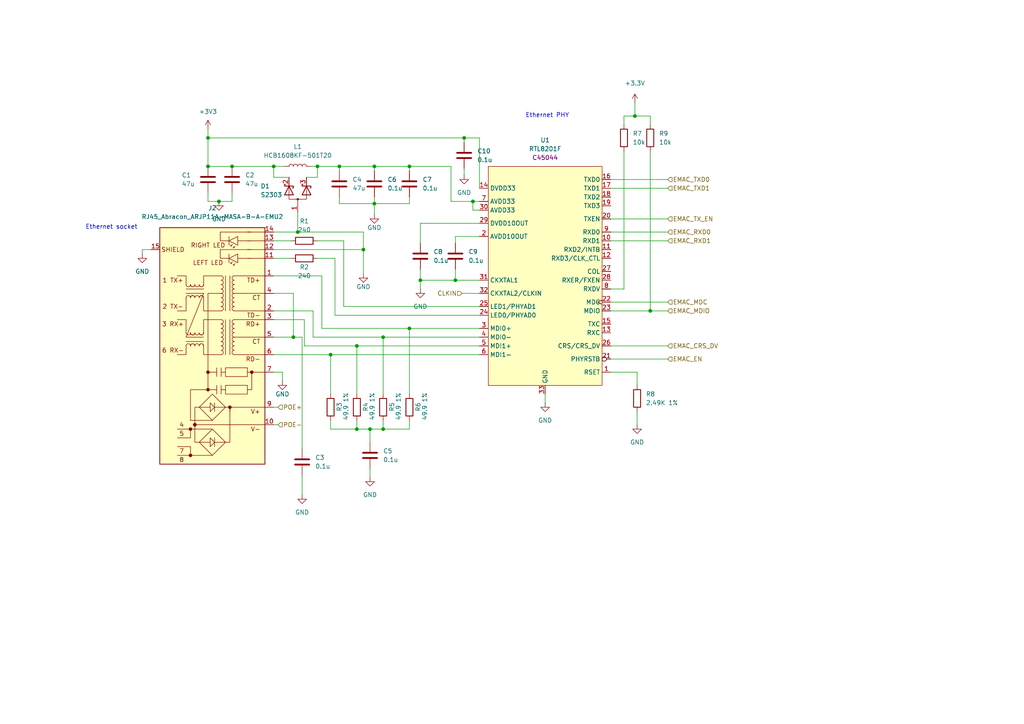
<source format=kicad_sch>
(kicad_sch (version 20211123) (generator eeschema)
  (paper "A4")
  (lib_symbols
    (symbol "Connector:RJ45_Abracon_ARJP11A-MASA-B-A-EMU2" (pin_names (offset 1.016) hide)
      (property "Reference" "J" (at 0 -38.1 0))
      (property "Value" "RJ45_Abracon_ARJP11A-MASA-B-A-EMU2" (at 0 -35.56 0))
      (symbol "RJ45_Abracon_ARJP11A-MASA-B-A-EMU2_0_0"
        (rectangle (start -15.24 -34.29) (end 15.24 34.29) (stroke (width 0.254)) (fill (type background)))
        (rectangle (start -3.81 8.89) (end -10.16 6.35))
        (polyline (pts (xy -15.24 -33.02) (xy -10.16 -33.02)))
        (polyline (pts (xy -15.24 -30.48) (xy -10.16 -30.48)))
        (polyline (pts (xy -15.24 -27.94) (xy -10.16 -27.94)))
        (polyline (pts (xy -15.24 -25.4) (xy -10.16 -25.4)))
        (polyline (pts (xy -15.24 -20.32) (xy -10.16 -20.32)))
        (polyline (pts (xy -15.24 -15.24) (xy -10.16 -15.24)))
        (polyline (pts (xy -15.24 -10.16) (xy -10.16 -10.16)))
        (polyline (pts (xy -15.24 -7.62) (xy -10.16 -7.62)))
        (polyline (pts (xy -15.24 -2.54) (xy -10.16 -2.54)))
        (polyline (pts (xy -15.24 2.54) (xy -10.16 2.54)))
        (polyline (pts (xy -15.24 22.86) (xy 5.08 22.86)))
        (polyline (pts (xy -11.43 7.62) (xy -15.24 7.62)))
        (polyline (pts (xy -11.176 -25.4) (xy -7.366 -25.4)))
        (polyline (pts (xy -10.16 7.62) (xy -11.43 7.62)))
        (polyline (pts (xy -5.08 17.78) (xy -15.24 17.78)))
        (polyline (pts (xy -5.08 17.78) (xy -3.81 17.78)))
        (polyline (pts (xy -5.08 19.05) (xy -5.08 17.78)))
        (polyline (pts (xy -3.81 7.62) (xy -2.54 7.62)))
        (polyline (pts (xy -3.81 12.7) (xy -2.54 12.7)))
        (polyline (pts (xy -2.54 8.89) (xy -2.54 6.35)))
        (polyline (pts (xy -1.27 8.89) (xy -1.27 6.35)))
        (polyline (pts (xy -1.27 13.97) (xy -1.27 11.43)))
        (polyline (pts (xy 0 21.59) (xy 6.35 21.59)))
        (polyline (pts (xy 0 24.13) (xy 10.16 24.13)))
        (polyline (pts (xy 0 31.75) (xy 10.16 31.75)))
        (polyline (pts (xy 1.27 10.16) (xy 1.27 12.7)))
        (polyline (pts (xy -10.16 12.7) (xy -11.43 12.7) (xy -11.43 7.62)))
        (polyline (pts (xy -3.81 27.94) (xy -5.08 27.94) (xy -5.08 17.78)))
        (polyline (pts (xy -1.27 12.7) (xy 0 12.7) (xy 1.27 12.7)))
        (polyline (pts (xy 1.27 12.7) (xy 6.35 12.7) (xy 6.35 21.59)))
        (polyline (pts (xy 6.35 24.13) (xy 6.35 26.67) (xy 10.16 26.67)))
        (polyline (pts (xy 6.35 31.75) (xy 6.35 29.21) (xy 10.16 29.21)))
        (polyline (pts (xy -4.826 -25.4) (xy -2.286 -25.4) (xy -2.286 -27.94) (xy -11.176 -27.94)))
        (polyline (pts (xy -2.54 -15.24) (xy -1.27 -15.24) (xy 1.27 -15.24) (xy 1.27 10.16)))
        (polyline (pts (xy 3.81 17.78) (xy 5.08 17.78) (xy 5.08 27.94) (xy 3.81 27.94)))
        (polyline (pts (xy -3.81 17.78) (xy 0 13.97) (xy 3.81 17.78) (xy 0 21.59) (xy -3.81 17.78)))
        (circle (center 1.27 7.62) (radius 0.0001) (stroke (width 0.508)))
        (text "1 TX+" (at 11.43 -19.05 0) (effects (font (size 1.27 1.27))))
        (text "2 TX-" (at 11.43 -11.43 0) (effects (font (size 1.27 1.27))))
        (text "3 RX+" (at 11.43 -6.35 0) (effects (font (size 1.27 1.27))))
        (text "4" (at 8.89 22.86 0) (effects (font (size 1.27 1.27))))
        (text "5" (at 8.89 25.4 0) (effects (font (size 1.27 1.27))))
        (text "6 RX-" (at 11.43 1.27 0) (effects (font (size 1.27 1.27))))
        (text "7" (at 8.89 30.48 0) (effects (font (size 1.27 1.27))))
        (text "8" (at 8.89 33.02 0) (effects (font (size 1.27 1.27))))
        (text "CT" (at -13.97 -1.27 0) (effects (font (size 1.27 1.27)) (justify left)))
        (text "LEFT LED" (at 1.27 -24.13 0) (effects (font (size 1.27 1.27))))
        (text "RD-" (at -13.97 3.81 0) (effects (font (size 1.27 1.27)) (justify left)))
        (text "SHIELD" (at 11.43 -27.94 0) (effects (font (size 1.27 1.27))))
        (text "V+" (at -13.97 19.05 0) (effects (font (size 1.27 1.27)) (justify left)))
        (text "V-" (at -13.97 24.13 0) (effects (font (size 1.27 1.27)) (justify left)))
      )
      (symbol "RJ45_Abracon_ARJP11A-MASA-B-A-EMU2_0_1"
        (arc (start -6.35 -16.51) (mid -5.715 -15.875) (end -6.35 -15.24))
        (arc (start -6.35 -15.24) (mid -5.715 -14.605) (end -6.35 -13.97))
        (arc (start -6.35 -13.97) (mid -6.35 -16.51) (end -6.35 -13.97))
        (arc (start -6.35 -11.43) (mid -5.715 -10.795) (end -6.35 -10.16))
        (polyline (pts (xy -6.35 -20.32) (xy -10.16 -20.32)))
        (polyline (pts (xy -6.35 -15.24) (xy -10.16 -15.24)))
        (polyline (pts (xy -6.35 -10.16) (xy -10.16 -10.16)))
        (polyline (pts (xy -6.35 -7.62) (xy -10.16 -7.62)))
        (polyline (pts (xy -6.35 -2.54) (xy -10.16 -2.54)))
        (polyline (pts (xy -6.35 2.54) (xy -10.16 2.54)))
        (polyline (pts (xy -6.096 -28.448) (xy -6.35 -28.448)))
        (polyline (pts (xy -5.334 -28.956) (xy -5.588 -28.956)))
        (polyline (pts (xy -4.826 -24.13) (xy -4.826 -26.67)))
        (polyline (pts (xy -1.27 7.62) (xy 1.27 7.62)))
        (polyline (pts (xy -0.635 17.78) (xy -3.81 17.78)))
        (polyline (pts (xy -0.635 19.05) (xy -0.635 16.51)))
        (polyline (pts (xy 0.635 17.78) (xy 3.81 17.78)))
        (polyline (pts (xy -6.604 -28.956) (xy -6.096 -28.448) (xy -6.096 -28.702)))
        (polyline (pts (xy -5.842 -29.464) (xy -5.334 -28.956) (xy -5.334 -29.21)))
        (polyline (pts (xy -7.366 -24.13) (xy -7.366 -26.67) (xy -4.826 -25.4) (xy -7.366 -24.13)))
        (polyline (pts (xy 0.635 19.05) (xy 0.635 16.51) (xy -0.635 17.78) (xy 0.635 19.05)))
      )
      (symbol "RJ45_Abracon_ARJP11A-MASA-B-A-EMU2_1_1"
        (circle (center -11.43 7.62) (radius 0.0001) (stroke (width 0.508)))
        (arc (start -6.35 -20.32) (mid -5.715 -19.685) (end -6.35 -19.05))
        (arc (start -6.35 -19.05) (mid -5.715 -18.415) (end -6.35 -17.78))
        (arc (start -6.35 -17.78) (mid -6.35 -20.32) (end -6.35 -17.78))
        (arc (start -6.35 -17.78) (mid -5.715 -17.145) (end -6.35 -16.51))
        (arc (start -6.35 -13.97) (mid -5.715 -13.335) (end -6.35 -12.7))
        (arc (start -6.35 -12.7) (mid -5.715 -12.065) (end -6.35 -11.43))
        (arc (start -6.35 -7.62) (mid -5.715 -6.985) (end -6.35 -6.35))
        (arc (start -6.35 -6.35) (mid -5.715 -5.715) (end -6.35 -5.08))
        (arc (start -6.35 -5.08) (mid -6.35 -7.62) (end -6.35 -5.08))
        (arc (start -6.35 -5.08) (mid -5.715 -4.445) (end -6.35 -3.81))
        (arc (start -6.35 -3.81) (mid -6.35 -6.35) (end -6.35 -3.81))
        (arc (start -6.35 -3.81) (mid -5.715 -3.175) (end -6.35 -2.54))
        (arc (start -6.35 -2.54) (mid -5.715 -1.905) (end -6.35 -1.27))
        (arc (start -6.35 -1.27) (mid -5.715 -0.635) (end -6.35 0))
        (arc (start -6.35 0) (mid -5.715 0.635) (end -6.35 1.27))
        (arc (start -6.35 1.27) (mid -6.35 -1.27) (end -6.35 1.27))
        (arc (start -6.35 1.27) (mid -5.715 1.905) (end -6.35 2.54))
        (circle (center -5.08 17.78) (radius 0.0001) (stroke (width 0.508)))
        (rectangle (start -3.81 13.97) (end -10.16 11.43))
        (arc (start -2.54 -19.05) (mid -3.175 -19.685) (end -2.54 -20.32))
        (arc (start -2.54 -19.05) (mid -2.54 -16.51) (end -2.54 -19.05))
        (arc (start -2.54 -17.78) (mid -3.175 -18.415) (end -2.54 -19.05))
        (arc (start -2.54 -16.51) (mid -3.175 -17.145) (end -2.54 -17.78))
        (arc (start -2.54 -15.24) (mid -3.175 -15.875) (end -2.54 -16.51))
        (arc (start -2.54 -15.24) (mid -2.54 -12.7) (end -2.54 -15.24))
        (arc (start -2.54 -13.97) (mid -3.175 -14.605) (end -2.54 -15.24))
        (arc (start -2.54 -12.7) (mid -3.175 -13.335) (end -2.54 -13.97))
        (arc (start -2.54 -11.43) (mid -3.175 -12.065) (end -2.54 -12.7))
        (arc (start -2.54 -10.16) (mid -3.175 -10.795) (end -2.54 -11.43))
        (arc (start -2.54 -6.35) (mid -3.175 -6.985) (end -2.54 -7.62))
        (arc (start -2.54 -6.35) (mid -2.54 -3.81) (end -2.54 -6.35))
        (arc (start -2.54 -5.08) (mid -3.175 -5.715) (end -2.54 -6.35))
        (arc (start -2.54 -3.81) (mid -3.175 -4.445) (end -2.54 -5.08))
        (arc (start -2.54 -3.81) (mid -2.54 -1.27) (end -2.54 -3.81))
        (arc (start -2.54 -2.54) (mid -3.175 -3.175) (end -2.54 -3.81))
        (arc (start -2.54 -1.27) (mid -3.175 -1.905) (end -2.54 -2.54))
        (arc (start -2.54 0) (mid -3.175 -0.635) (end -2.54 -1.27))
        (arc (start -2.54 0) (mid -2.54 2.54) (end -2.54 0))
        (arc (start -2.54 1.27) (mid -3.175 0.635) (end -2.54 0))
        (arc (start -2.54 2.54) (mid -3.175 1.905) (end -2.54 1.27))
        (polyline (pts (xy -11.176 -30.48) (xy -7.366 -30.48)))
        (polyline (pts (xy -6.096 -23.368) (xy -6.35 -23.368)))
        (polyline (pts (xy -5.334 -23.876) (xy -5.588 -23.876)))
        (polyline (pts (xy -5.08 -10.16) (xy -5.08 -20.32)))
        (polyline (pts (xy -5.08 2.54) (xy -5.08 -7.62)))
        (polyline (pts (xy -4.826 -29.21) (xy -4.826 -31.75)))
        (polyline (pts (xy -3.81 -20.32) (xy -3.81 -10.16)))
        (polyline (pts (xy -3.81 -7.62) (xy -3.81 2.54)))
        (polyline (pts (xy -2.54 13.97) (xy -2.54 11.43)))
        (polyline (pts (xy -0.635 27.94) (xy -3.81 27.94)))
        (polyline (pts (xy -0.635 29.21) (xy -0.635 26.67)))
        (polyline (pts (xy 0.635 27.94) (xy 3.81 27.94)))
        (polyline (pts (xy 2.54 -16.51) (xy 7.62 -16.51)))
        (polyline (pts (xy 2.54 -15.24) (xy 7.62 -2.54)))
        (polyline (pts (xy 2.54 -2.54) (xy 7.62 -2.54)))
        (polyline (pts (xy 7.62 -15.24) (xy 2.54 -15.24)))
        (polyline (pts (xy 7.62 -1.27) (xy 2.54 -1.27)))
        (polyline (pts (xy -6.604 -23.876) (xy -6.096 -23.368) (xy -6.096 -23.622)))
        (polyline (pts (xy -5.842 -24.384) (xy -5.334 -23.876) (xy -5.334 -24.13)))
        (polyline (pts (xy -2.54 -10.16) (xy 2.54 -10.16) (xy 2.54 -13.97)))
        (polyline (pts (xy -2.54 -7.62) (xy 2.54 -7.62) (xy 2.54 -3.81)))
        (polyline (pts (xy -2.54 2.54) (xy 2.54 2.54) (xy 2.54 0)))
        (polyline (pts (xy 2.54 -17.78) (xy 2.54 -20.32) (xy -2.54 -20.32)))
        (polyline (pts (xy 7.62 -17.78) (xy 7.62 -20.32) (xy 10.16 -20.32)))
        (polyline (pts (xy 7.62 -13.97) (xy 7.62 -10.16) (xy 10.16 -10.16)))
        (polyline (pts (xy 7.62 -3.81) (xy 7.62 -7.62) (xy 10.16 -7.62)))
        (polyline (pts (xy 7.62 0) (xy 7.62 2.54) (xy 10.16 2.54)))
        (polyline (pts (xy -7.366 -29.21) (xy -7.366 -31.75) (xy -4.826 -30.48) (xy -7.366 -29.21)))
        (polyline (pts (xy -4.826 -30.48) (xy -2.286 -30.48) (xy -2.286 -33.02) (xy -11.176 -33.02)))
        (polyline (pts (xy 0.635 29.21) (xy 0.635 26.67) (xy -0.635 27.94) (xy 0.635 29.21)))
        (polyline (pts (xy -3.81 27.94) (xy 0 24.13) (xy 3.81 27.94) (xy 0 31.75) (xy -3.81 27.94)))
        (circle (center 1.27 12.7) (radius 0.0001) (stroke (width 0.508)))
        (arc (start 2.54 -17.78) (mid 5.08 -17.78) (end 2.54 -17.78))
        (arc (start 2.54 -13.97) (mid 3.175 -14.605) (end 3.81 -13.97))
        (arc (start 2.54 -13.97) (mid 3.175 -14.605) (end 3.81 -13.97))
        (arc (start 2.54 -3.81) (mid 5.08 -3.81) (end 2.54 -3.81))
        (arc (start 2.54 0) (mid 3.175 -0.635) (end 3.81 0))
        (arc (start 2.54 0) (mid 3.175 -0.635) (end 3.81 0))
        (arc (start 3.81 -17.78) (mid 3.175 -17.145) (end 2.54 -17.78))
        (arc (start 3.81 -17.78) (mid 3.175 -17.145) (end 2.54 -17.78))
        (arc (start 3.81 -13.97) (mid 1.27 -13.97) (end 3.81 -13.97))
        (arc (start 3.81 -13.97) (mid 4.445 -14.605) (end 5.08 -13.97))
        (arc (start 3.81 -3.81) (mid 3.175 -3.175) (end 2.54 -3.81))
        (arc (start 3.81 -3.81) (mid 3.175 -3.175) (end 2.54 -3.81))
        (arc (start 3.81 0) (mid 1.27 0) (end 3.81 0))
        (arc (start 3.81 0) (mid 4.445 -0.635) (end 5.08 0))
        (arc (start 5.08 -17.78) (mid 4.445 -17.145) (end 3.81 -17.78))
        (arc (start 5.08 -17.78) (mid 7.62 -17.78) (end 5.08 -17.78))
        (arc (start 5.08 -13.97) (mid 5.715 -14.605) (end 6.35 -13.97))
        (arc (start 5.08 -13.97) (mid 5.715 -14.605) (end 6.35 -13.97))
        (arc (start 5.08 -3.81) (mid 4.445 -3.175) (end 3.81 -3.81))
        (arc (start 5.08 -3.81) (mid 7.62 -3.81) (end 5.08 -3.81))
        (arc (start 5.08 0) (mid 5.715 -0.635) (end 6.35 0))
        (arc (start 5.08 0) (mid 5.715 -0.635) (end 6.35 0))
        (circle (center 5.08 22.86) (radius 0.0001) (stroke (width 0.508)))
        (circle (center 5.08 22.86) (radius 0.0001) (stroke (width 0.508)))
        (arc (start 6.35 -17.78) (mid 5.715 -17.145) (end 5.08 -17.78))
        (arc (start 6.35 -17.78) (mid 5.715 -17.145) (end 5.08 -17.78))
        (arc (start 6.35 -13.97) (mid 3.81 -13.97) (end 6.35 -13.97))
        (arc (start 6.35 -13.97) (mid 6.985 -14.605) (end 7.62 -13.97))
        (arc (start 6.35 -3.81) (mid 5.715 -3.175) (end 5.08 -3.81))
        (arc (start 6.35 -3.81) (mid 5.715 -3.175) (end 5.08 -3.81))
        (arc (start 6.35 0) (mid 3.81 0) (end 6.35 0))
        (arc (start 6.35 0) (mid 6.985 -0.635) (end 7.62 0))
        (circle (center 6.35 24.13) (radius 0.0001) (stroke (width 0.508)))
        (circle (center 6.35 31.75) (radius 0.0001) (stroke (width 0.508)))
        (arc (start 7.62 -17.78) (mid 6.985 -17.145) (end 6.35 -17.78))
        (arc (start 7.62 -3.81) (mid 6.985 -3.175) (end 6.35 -3.81))
        (text "CT" (at -13.97 -13.97 0) (effects (font (size 1.27 1.27)) (justify left)))
        (text "RD+" (at -13.97 -6.35 0) (effects (font (size 1.27 1.27)) (justify left)))
        (text "RIGHT LED" (at 1.27 -29.21 0) (effects (font (size 1.27 1.27))))
        (text "TD+" (at -13.97 -19.05 0) (effects (font (size 1.27 1.27)) (justify left)))
        (text "TD-" (at -13.97 -8.89 0) (effects (font (size 1.27 1.27)) (justify left)))
        (pin passive line (at -17.78 -20.32 0) (length 2.54) (name "TD+") (number "1"))
        (pin power_out line (at -17.78 22.86 0) (length 2.54) (name "V-") (number "10"))
        (pin passive line (at -17.78 -25.4 0) (length 2.54) (name "LLED+") (number "11"))
        (pin passive line (at -17.78 -27.94 0) (length 2.54) (name "LLED-") (number "12"))
        (pin passive line (at -17.78 -30.48 0) (length 2.54) (name "RLED+") (number "13"))
        (pin passive line (at -17.78 -33.02 0) (length 2.54) (name "RLED-") (number "14"))
        (pin passive line (at 17.78 -27.94 180) (length 2.54) (name "SHIELD") (number "15"))
        (pin passive line (at -17.78 -10.16 0) (length 2.54) (name "TD-") (number "2"))
        (pin passive line (at -17.78 -7.62 0) (length 2.54) (name "RD+") (number "3"))
        (pin passive line (at -17.78 -15.24 0) (length 2.54) (name "CT") (number "4"))
        (pin passive line (at -17.78 -2.54 0) (length 2.54) (name "CT") (number "5"))
        (pin passive line (at -17.78 2.54 0) (length 2.54) (name "RD-") (number "6"))
        (pin passive line (at -17.78 7.62 0) (length 2.54) (name "7") (number "7"))
        (pin power_out line (at -17.78 17.78 0) (length 2.54) (name "V+") (number "9"))
      )
    )
    (symbol "Device:C" (pin_numbers hide) (pin_names (offset 0.254))
      (property "Reference" "C" (at 0.635 2.54 0))
      (property "Value" "C" (at 0.635 -2.54 0))
      (symbol "C_0_1"
        (polyline (pts (xy -2.032 -0.762) (xy 2.032 -0.762)) (stroke (width 0.508)))
        (polyline (pts (xy -2.032 0.762) (xy 2.032 0.762)) (stroke (width 0.508)))
      )
      (symbol "C_1_1"
        (pin passive line (at 0 3.81 270) (length 2.794) (name "~") (number "1"))
        (pin passive line (at 0 -3.81 90) (length 2.794) (name "~") (number "2"))
      )
    )
    (symbol "Device:D_Schottky_Dual_CommonAnode_AKK_Parallel" (pin_names (offset 0.762) hide)
      (property "Reference" "D" (at 0 5.08 0))
      (property "Value" "D_Schottky_Dual_CommonAnode_AKK_Parallel" (at 0 -5.08 0))
      (symbol "D_Schottky_Dual_CommonAnode_AKK_Parallel_0_1"
        (circle (center -1.27 0) (radius 0.254) (fill (type outline)))
        (polyline (pts (xy -1.27 0) (xy -2.54 0)))
        (polyline (pts (xy 2.54 2.54) (xy -1.27 2.54) (xy -1.27 -2.54) (xy 2.54 -2.54)))
        (polyline (pts (xy 0 -1.27) (xy 2.54 -2.54) (xy 0 -3.81) (xy 0 -1.27) (xy 0 -1.27) (xy 0 -1.27)) (stroke (width 0.254)))
        (polyline (pts (xy 0 3.81) (xy 2.54 2.54) (xy 0 1.27) (xy 0 3.81) (xy 0 3.81) (xy 0 3.81)) (stroke (width 0.254)))
        (polyline (pts (xy 3.048 -1.524) (xy 3.048 -1.27) (xy 2.54 -1.27) (xy 2.54 -3.81) (xy 2.032 -3.81) (xy 2.032 -3.556)) (stroke (width 0.254)))
        (polyline (pts (xy 3.048 3.556) (xy 3.048 3.81) (xy 2.54 3.81) (xy 2.54 1.27) (xy 2.032 1.27) (xy 2.032 1.524)) (stroke (width 0.254)))
        (pin passive line (at -5.08 0 0) (length 2.54) (name "A") (number "1"))
        (pin passive line (at 5.08 2.54 180) (length 2.54) (name "K") (number "2"))
        (pin passive line (at 5.08 -2.54 180) (length 2.54) (name "K") (number "3"))
      )
    )
    (symbol "Device:L" (pin_numbers hide) (pin_names (offset 1.016) hide)
      (property "Reference" "L" (at -1.27 0 90))
      (property "Value" "L" (at 1.905 0 90))
      (symbol "L_0_1"
        (arc (start 0 -2.54) (mid 0.635 -1.905) (end 0 -1.27))
        (arc (start 0 -1.27) (mid 0.635 -0.635) (end 0 0))
        (arc (start 0 0) (mid 0.635 0.635) (end 0 1.27))
        (arc (start 0 1.27) (mid 0.635 1.905) (end 0 2.54))
      )
      (symbol "L_1_1"
        (pin passive line (at 0 3.81 270) (length 1.27) (name "1") (number "1"))
        (pin passive line (at 0 -3.81 90) (length 1.27) (name "2") (number "2"))
      )
    )
    (symbol "Device:R" (pin_numbers hide) (pin_names (offset 0))
      (property "Reference" "R" (at 2.032 0 90))
      (property "Value" "R" (at 0 0 90))
      (symbol "R_0_1"
        (rectangle (start -1.016 -2.54) (end 1.016 2.54) (stroke (width 0.254)))
      )
      (symbol "R_1_1"
        (pin passive line (at 0 3.81 270) (length 1.27) (name "~") (number "1"))
        (pin passive line (at 0 -3.81 90) (length 1.27) (name "~") (number "2"))
      )
    )
    (symbol "RTL8201F:RTL8201F"
      (property "Reference" "U" (at 0 46.99 0))
      (property "Value" "RTL8201F" (at 0 49.53 0))
      (property "LCSC" "C45044" (at 0 0 0))
      (symbol "RTL8201F_0_1"
        (rectangle (start -16.51 43.18) (end 16.51 -20.32) (fill (type background)))
      )
      (symbol "RTL8201F_1_1"
        (pin input line (at 19.05 -16.51 180) (length 2.54) (name "RSET") (number "1"))
        (pin unspecified line (at 19.05 21.59 180) (length 2.54) (name "RXD1") (number "10"))
        (pin unspecified line (at 19.05 19.05 180) (length 2.54) (name "RXD2/INTB") (number "11"))
        (pin unspecified line (at 19.05 16.51 180) (length 2.54) (name "RXD3/CLK_CTL") (number "12"))
        (pin unspecified line (at 19.05 -5.08 180) (length 2.54) (name "RXC") (number "13"))
        (pin unspecified line (at -19.05 36.83 0) (length 2.54) (name "DVDD33") (number "14"))
        (pin unspecified line (at 19.05 -2.54 180) (length 2.54) (name "TXC") (number "15"))
        (pin unspecified line (at 19.05 39.37 180) (length 2.54) (name "TXD0") (number "16"))
        (pin unspecified line (at 19.05 36.83 180) (length 2.54) (name "TXD1") (number "17"))
        (pin unspecified line (at 19.05 34.29 180) (length 2.54) (name "TXD2") (number "18"))
        (pin unspecified line (at 19.05 31.75 180) (length 2.54) (name "TXD3") (number "19"))
        (pin unspecified line (at -19.05 22.86 0) (length 2.54) (name "AVDD10OUT") (number "2"))
        (pin unspecified line (at 19.05 27.94 180) (length 2.54) (name "TXEN") (number "20"))
        (pin input inverted (at 19.05 -12.7 180) (length 2.54) (name "PHYRSTB") (number "21"))
        (pin unspecified clock (at 19.05 3.81 180) (length 2.54) (name "MDC") (number "22"))
        (pin unspecified line (at 19.05 1.27 180) (length 2.54) (name "MDIO") (number "23"))
        (pin unspecified line (at -19.05 0 0) (length 2.54) (name "LED0/PHYAD0") (number "24"))
        (pin unspecified line (at -19.05 2.54 0) (length 2.54) (name "LED1/PHYAD1") (number "25"))
        (pin input line (at 19.05 -8.89 180) (length 2.54) (name "CRS/CRS_DV") (number "26"))
        (pin unspecified line (at 19.05 12.7 180) (length 2.54) (name "COL") (number "27"))
        (pin unspecified line (at 19.05 10.16 180) (length 2.54) (name "RXER/FXEN") (number "28"))
        (pin unspecified line (at -19.05 26.67 0) (length 2.54) (name "DVDD10OUT") (number "29"))
        (pin free line (at -19.05 -3.81 0) (length 2.54) (name "MDI0+") (number "3"))
        (pin unspecified line (at -19.05 30.48 0) (length 2.54) (name "AVDD33") (number "30"))
        (pin unspecified line (at -19.05 10.16 0) (length 2.54) (name "CKXTAL1") (number "31"))
        (pin unspecified line (at -19.05 6.35 0) (length 2.54) (name "CKXTAL2/CLKIN") (number "32"))
        (pin unspecified line (at 0 -22.86 90) (length 2.54) (name "GND") (number "33"))
        (pin unspecified line (at -19.05 -6.35 0) (length 2.54) (name "MDI0-") (number "4"))
        (pin unspecified line (at -19.05 -8.89 0) (length 2.54) (name "MDI1+") (number "5"))
        (pin unspecified line (at -19.05 -11.43 0) (length 2.54) (name "MDI1-") (number "6"))
        (pin unspecified line (at -19.05 33.02 0) (length 2.54) (name "AVDD33") (number "7"))
        (pin unspecified line (at 19.05 7.62 180) (length 2.54) (name "RXDV") (number "8"))
        (pin unspecified line (at 19.05 24.13 180) (length 2.54) (name "RXD0") (number "9"))
      )
    )
    (symbol "power:+3.3V" (power) (pin_names (offset 0))
      (property "Value" "+3.3V" (at 0 3.556 0))
      (symbol "+3.3V_0_1"
        (polyline (pts (xy -0.762 1.27) (xy 0 2.54)))
        (polyline (pts (xy 0 0) (xy 0 2.54)))
        (polyline (pts (xy 0 2.54) (xy 0.762 1.27)))
      )
      (symbol "+3.3V_1_1"
        (pin power_in line (at 0 0 90) (length 0) hide (name "+3.3V") (number "1"))
      )
    )
    (symbol "power:+3V3" (power) (pin_names (offset 0))
      (property "Value" "+3V3" (at 0 3.556 0))
      (symbol "+3V3_0_1"
        (polyline (pts (xy -0.762 1.27) (xy 0 2.54)))
        (polyline (pts (xy 0 0) (xy 0 2.54)))
        (polyline (pts (xy 0 2.54) (xy 0.762 1.27)))
      )
      (symbol "+3V3_1_1"
        (pin power_in line (at 0 0 90) (length 0) hide (name "+3V3") (number "1"))
      )
    )
    (symbol "power:GND" (power) (pin_names (offset 0))
      (property "Value" "GND" (at 0 -3.81 0))
      (symbol "GND_0_1"
        (polyline (pts (xy 0 0) (xy 0 -1.27) (xy 1.27 -1.27) (xy 0 -2.54) (xy -1.27 -1.27) (xy 0 -1.27)))
      )
      (symbol "GND_1_1"
        (pin power_in line (at 0 0 270) (length 0) hide (name "GND") (number "1"))
      )
    )
  )
  (junction (at 105.41 72.39))
  (junction (at 92.075 48.26))
  (junction (at 111.125 124.46))
  (junction (at 118.745 95.25))
  (junction (at 118.745 48.26))
  (junction (at 107.315 124.46))
  (junction (at 108.585 59.055))
  (junction (at 132.08 81.28))
  (junction (at 103.505 124.46))
  (junction (at 86.36 67.31))
  (junction (at 67.31 48.26))
  (junction (at 95.885 102.87))
  (junction (at 79.375 48.26))
  (junction (at 134.62 40.005))
  (junction (at 85.09 97.79))
  (junction (at 121.92 81.28))
  (junction (at 188.595 90.17))
  (junction (at 63.5 58.42))
  (junction (at 184.15 33.655))
  (junction (at 98.425 48.26))
  (junction (at 60.325 40.005))
  (junction (at 137.16 58.42))
  (junction (at 60.325 48.26))
  (junction (at 111.125 97.79))
  (junction (at 108.585 48.26))
  (junction (at 103.505 100.33))
  (wire (pts (xy 92.075 51.435) (xy 92.075 48.26)))
  (wire (pts (xy 177.165 83.82) (xy 180.975 83.82)))
  (wire (pts (xy 139.065 97.79) (xy 111.125 97.79)))
  (wire (pts (xy 139.065 81.28) (xy 132.08 81.28)))
  (wire (pts (xy 134.62 48.895) (xy 134.62 50.8)))
  (wire (pts (xy 188.595 90.17) (xy 193.675 90.17)))
  (wire (pts (xy 180.975 36.195) (xy 180.975 33.655)))
  (wire (pts (xy 111.125 124.46) (xy 118.745 124.46)))
  (wire (pts (xy 79.375 51.435) (xy 79.375 48.26)))
  (wire (pts (xy 98.425 57.15) (xy 98.425 59.055)))
  (wire (pts (xy 88.9 51.435) (xy 92.075 51.435)))
  (wire (pts (xy 139.065 102.87) (xy 95.885 102.87)))
  (wire (pts (xy 97.155 91.44) (xy 139.065 91.44)))
  (wire (pts (xy 81.915 107.95) (xy 79.375 107.95)))
  (wire (pts (xy 111.125 97.79) (xy 111.125 114.3)))
  (wire (pts (xy 90.805 97.79) (xy 90.805 90.17)))
  (wire (pts (xy 79.375 80.01) (xy 93.345 80.01)))
  (wire (pts (xy 137.16 58.42) (xy 139.065 58.42)))
  (wire (pts (xy 177.165 87.63) (xy 193.675 87.63)))
  (wire (pts (xy 184.15 33.655) (xy 188.595 33.655)))
  (wire (pts (xy 118.745 48.26) (xy 118.745 49.53)))
  (wire (pts (xy 108.585 57.15) (xy 108.585 59.055)))
  (wire (pts (xy 188.595 33.655) (xy 188.595 36.195)))
  (wire (pts (xy 132.08 81.28) (xy 121.92 81.28)))
  (wire (pts (xy 67.31 48.26) (xy 79.375 48.26)))
  (wire (pts (xy 137.16 60.96) (xy 137.16 58.42)))
  (wire (pts (xy 111.125 124.46) (xy 111.125 121.92)))
  (wire (pts (xy 177.165 104.14) (xy 193.675 104.14)))
  (wire (pts (xy 134.62 40.005) (xy 139.065 40.005)))
  (wire (pts (xy 108.585 59.055) (xy 108.585 62.23)))
  (wire (pts (xy 118.745 124.46) (xy 118.745 121.92)))
  (wire (pts (xy 98.425 48.26) (xy 108.585 48.26)))
  (wire (pts (xy 177.165 100.33) (xy 193.675 100.33)))
  (wire (pts (xy 87.63 137.795) (xy 87.63 143.51)))
  (wire (pts (xy 108.585 48.26) (xy 108.585 49.53)))
  (wire (pts (xy 121.92 81.28) (xy 121.92 83.82)))
  (wire (pts (xy 60.325 48.26) (xy 60.325 40.005)))
  (wire (pts (xy 105.41 72.39) (xy 79.375 72.39)))
  (wire (pts (xy 107.315 135.89) (xy 107.315 138.43)))
  (wire (pts (xy 107.315 124.46) (xy 111.125 124.46)))
  (wire (pts (xy 79.375 92.71) (xy 88.265 92.71)))
  (wire (pts (xy 107.315 124.46) (xy 103.505 124.46)))
  (wire (pts (xy 88.265 100.33) (xy 103.505 100.33)))
  (wire (pts (xy 88.265 92.71) (xy 88.265 100.33)))
  (wire (pts (xy 184.785 119.38) (xy 184.785 123.19)))
  (wire (pts (xy 130.81 58.42) (xy 137.16 58.42)))
  (wire (pts (xy 93.345 80.01) (xy 93.345 95.25)))
  (wire (pts (xy 177.165 54.61) (xy 193.675 54.61)))
  (wire (pts (xy 108.585 59.055) (xy 98.425 59.055)))
  (wire (pts (xy 99.695 69.85) (xy 99.695 88.9)))
  (wire (pts (xy 132.08 78.105) (xy 132.08 81.28)))
  (wire (pts (xy 105.41 79.375) (xy 105.41 72.39)))
  (wire (pts (xy 121.92 64.77) (xy 121.92 70.485)))
  (wire (pts (xy 95.885 124.46) (xy 95.885 121.92)))
  (wire (pts (xy 60.325 37.465) (xy 60.325 40.005)))
  (wire (pts (xy 177.165 69.85) (xy 193.675 69.85)))
  (wire (pts (xy 118.745 48.26) (xy 130.81 48.26)))
  (wire (pts (xy 139.065 64.77) (xy 121.92 64.77)))
  (wire (pts (xy 85.09 85.09) (xy 85.09 97.79)))
  (wire (pts (xy 105.41 67.31) (xy 105.41 72.39)))
  (wire (pts (xy 95.885 102.87) (xy 95.885 114.3)))
  (wire (pts (xy 86.36 67.31) (xy 105.41 67.31)))
  (wire (pts (xy 79.375 102.87) (xy 95.885 102.87)))
  (wire (pts (xy 90.805 97.79) (xy 111.125 97.79)))
  (wire (pts (xy 67.31 58.42) (xy 67.31 55.88)))
  (wire (pts (xy 132.08 70.485) (xy 132.08 68.58)))
  (wire (pts (xy 188.595 90.17) (xy 188.595 43.815)))
  (wire (pts (xy 121.92 78.105) (xy 121.92 81.28)))
  (wire (pts (xy 132.08 68.58) (xy 139.065 68.58)))
  (wire (pts (xy 92.075 48.26) (xy 98.425 48.26)))
  (wire (pts (xy 139.065 54.61) (xy 139.065 40.005)))
  (wire (pts (xy 184.785 111.76) (xy 184.785 107.95)))
  (wire (pts (xy 79.375 118.11) (xy 80.645 118.11)))
  (wire (pts (xy 139.065 60.96) (xy 137.16 60.96)))
  (wire (pts (xy 92.075 69.85) (xy 99.695 69.85)))
  (wire (pts (xy 86.36 61.595) (xy 86.36 67.31)))
  (wire (pts (xy 97.155 74.93) (xy 97.155 91.44)))
  (wire (pts (xy 90.17 48.26) (xy 92.075 48.26)))
  (wire (pts (xy 87.63 97.79) (xy 87.63 130.175)))
  (wire (pts (xy 87.63 97.79) (xy 85.09 97.79)))
  (wire (pts (xy 134.62 41.275) (xy 134.62 40.005)))
  (wire (pts (xy 63.5 58.42) (xy 67.31 58.42)))
  (wire (pts (xy 79.375 97.79) (xy 85.09 97.79)))
  (wire (pts (xy 81.915 107.95) (xy 81.915 110.49)))
  (wire (pts (xy 177.165 67.31) (xy 193.675 67.31)))
  (wire (pts (xy 79.375 123.19) (xy 80.645 123.19)))
  (wire (pts (xy 103.505 124.46) (xy 95.885 124.46)))
  (wire (pts (xy 79.375 48.26) (xy 82.55 48.26)))
  (wire (pts (xy 79.375 85.09) (xy 85.09 85.09)))
  (wire (pts (xy 103.505 114.3) (xy 103.505 100.33)))
  (wire (pts (xy 184.785 107.95) (xy 177.165 107.95)))
  (wire (pts (xy 41.275 72.39) (xy 43.815 72.39)))
  (wire (pts (xy 60.325 58.42) (xy 60.325 55.88)))
  (wire (pts (xy 180.975 33.655) (xy 184.15 33.655)))
  (wire (pts (xy 118.745 59.055) (xy 118.745 57.15)))
  (wire (pts (xy 90.805 90.17) (xy 79.375 90.17)))
  (wire (pts (xy 108.585 59.055) (xy 118.745 59.055)))
  (wire (pts (xy 93.345 95.25) (xy 118.745 95.25)))
  (wire (pts (xy 177.165 90.17) (xy 188.595 90.17)))
  (wire (pts (xy 184.15 33.655) (xy 184.15 29.845)))
  (wire (pts (xy 158.115 114.3) (xy 158.115 116.84)))
  (wire (pts (xy 180.975 83.82) (xy 180.975 43.815)))
  (wire (pts (xy 79.375 69.85) (xy 84.455 69.85)))
  (wire (pts (xy 92.075 74.93) (xy 97.155 74.93)))
  (wire (pts (xy 107.315 128.27) (xy 107.315 124.46)))
  (wire (pts (xy 118.745 95.25) (xy 118.745 114.3)))
  (wire (pts (xy 108.585 48.26) (xy 118.745 48.26)))
  (wire (pts (xy 60.325 48.26) (xy 67.31 48.26)))
  (wire (pts (xy 79.375 67.31) (xy 86.36 67.31)))
  (wire (pts (xy 98.425 48.26) (xy 98.425 49.53)))
  (wire (pts (xy 130.81 48.26) (xy 130.81 58.42)))
  (wire (pts (xy 103.505 121.92) (xy 103.505 124.46)))
  (wire (pts (xy 118.745 95.25) (xy 139.065 95.25)))
  (wire (pts (xy 83.82 51.435) (xy 79.375 51.435)))
  (wire (pts (xy 99.695 88.9) (xy 139.065 88.9)))
  (wire (pts (xy 41.275 73.66) (xy 41.275 72.39)))
  (wire (pts (xy 103.505 100.33) (xy 139.065 100.33)))
  (wire (pts (xy 177.165 52.07) (xy 193.675 52.07)))
  (wire (pts (xy 60.325 40.005) (xy 134.62 40.005)))
  (wire (pts (xy 63.5 58.42) (xy 60.325 58.42)))
  (wire (pts (xy 133.985 85.09) (xy 139.065 85.09)))
  (wire (pts (xy 79.375 74.93) (xy 84.455 74.93)))
  (wire (pts (xy 177.165 63.5) (xy 193.675 63.5)))
  (text "Ethernet socket\n" (at 24.765 66.675 0) (effects (font (size 1.27 1.27)) (justify left bottom)))
  (text "Ethernet PHY" (at 152.4 34.29 0) (effects (font (size 1.27 1.27)) (justify left bottom)))
  (hierarchical_label "EMAC_TXD1" (shape input) (at 193.675 54.61 0))
  (hierarchical_label "EMAC_TX_EN" (shape input) (at 193.675 63.5 0))
  (hierarchical_label "POE+" (shape input) (at 80.645 118.11 0))
  (hierarchical_label "POE-" (shape input) (at 80.645 123.19 0))
  (hierarchical_label "EMAC_RXD1" (shape input) (at 193.675 69.85 0))
  (hierarchical_label "EMAC_CRS_DV" (shape input) (at 193.675 100.33 0))
  (hierarchical_label "EMAC_RXD0" (shape input) (at 193.675 67.31 0))
  (hierarchical_label "CLKIN" (shape input) (at 133.985 85.09 180))
  (hierarchical_label "EMAC_EN" (shape input) (at 193.675 104.14 0))
  (hierarchical_label "EMAC_TXD0" (shape input) (at 193.675 52.07 0))
  (hierarchical_label "EMAC_MDC" (shape input) (at 193.675 87.63 0))
  (hierarchical_label "EMAC_MDIO" (shape input) (at 193.675 90.17 0))
  (symbol (lib_id "power:GND") (at 107.315 138.43 0) (unit 1)
    (property "Reference" "#PWR014" (effects hide))
    (property "Value" "GND" (at 107.315 143.51 0))
  )
  (symbol (lib_id "Device:C") (at 108.585 53.34 0) (unit 1)
    (property "Reference" "C6" (at 112.395 52.0699 0) (effects (justify left)))
    (property "Value" "0.1u" (at 112.395 54.6099 0) (effects (justify left)))
  )
  (symbol (lib_id "Device:D_Schottky_Dual_CommonAnode_AKK_Parallel") (at 86.36 56.515 90) (unit 1)
    (property "Reference" "D1" (at 75.565 53.975 90) (effects (justify right)))
    (property "Value" "S2303" (at 75.565 56.515 90) (effects (justify right)))
  )
  (symbol (lib_id "Device:R") (at 88.265 69.85 90) (unit 1)
    (property "Reference" "R1" (at 88.265 64.135 90))
    (property "Value" "240" (at 88.265 66.675 90))
  )
  (symbol (lib_id "Device:R") (at 188.595 40.005 0) (unit 1)
    (property "Reference" "R9" (at 191.135 38.7349 0) (effects (justify left)))
    (property "Value" "10k" (at 191.135 41.2749 0) (effects (justify left)))
  )
  (symbol (lib_id "power:GND") (at 134.62 50.8 0) (unit 1)
    (property "Reference" "#PWR017" (effects hide))
    (property "Value" "GND" (at 134.62 55.88 0))
  )
  (symbol (lib_id "Device:R") (at 180.975 40.005 0) (unit 1)
    (property "Reference" "R7" (at 183.515 38.7349 0) (effects (justify left)))
    (property "Value" "10k" (at 183.515 41.2749 0) (effects (justify left)))
  )
  (symbol (lib_id "Device:R") (at 103.505 118.11 0) (unit 1)
    (property "Reference" "R4" (at 106.045 119.38 90) (effects (justify left)))
    (property "Value" "49.9 1%" (at 107.95 121.92 90) (effects (justify left)))
  )
  (symbol (lib_id "Device:C") (at 107.315 132.08 0) (unit 1)
    (property "Reference" "C5" (at 111.125 130.8099 0) (effects (justify left)))
    (property "Value" "0.1u" (at 111.125 133.3499 0) (effects (justify left)))
  )
  (symbol (lib_id "RTL8201F:RTL8201F") (at 158.115 91.44 0) (unit 1)
    (property "Reference" "U1" (at 158.115 40.64 0))
    (property "Value" "RTL8201F" (at 158.115 43.18 0))
    (property "Footprint" "Package_DFN_QFN:QFN-32-1EP_5x5mm_P0.5mm_EP3.3x3.3mm" (effects hide))
    (property "Datasheet" "https://www.verical.com/datasheet/realtek-semiconductor-phy-rtl8201f-vb-cg-2635458.pdf" (effects hide))
    (property "LCSC" "C45044" (at 158.115 45.72 0))
  )
  (symbol (lib_id "Device:C") (at 134.62 45.085 0) (unit 1)
    (property "Reference" "C10" (at 138.43 43.8149 0) (effects (justify left)))
    (property "Value" "0.1u" (at 138.43 46.3549 0) (effects (justify left)))
  )
  (symbol (lib_id "Device:R") (at 118.745 118.11 0) (unit 1)
    (property "Reference" "R6" (at 121.285 119.38 90) (effects (justify left)))
    (property "Value" "49.9 1%" (at 123.19 121.92 90) (effects (justify left)))
  )
  (symbol (lib_id "Device:R") (at 95.885 118.11 0) (unit 1)
    (property "Reference" "R3" (at 98.425 119.38 90) (effects (justify left)))
    (property "Value" "49.9 1%" (at 100.33 121.92 90) (effects (justify left)))
  )
  (symbol (lib_id "power:+3V3") (at 60.325 37.465 0) (unit 1)
    (property "Reference" "#PWR09" (effects hide))
    (property "Value" "+3V3" (at 60.325 32.385 0))
  )
  (symbol (lib_id "Device:C") (at 67.31 52.07 0) (unit 1)
    (property "Reference" "C2" (at 71.12 50.7999 0) (effects (justify left)))
    (property "Value" "47u" (at 71.12 53.3399 0) (effects (justify left)))
  )
  (symbol (lib_id "Device:C") (at 118.745 53.34 0) (unit 1)
    (property "Reference" "C7" (at 122.555 52.0699 0) (effects (justify left)))
    (property "Value" "0.1u" (at 122.555 54.6099 0) (effects (justify left)))
  )
  (symbol (lib_id "power:GND") (at 108.585 62.23 0) (unit 1)
    (property "Reference" "#PWR015" (effects hide))
    (property "Value" "GND" (at 108.585 66.04 0))
  )
  (symbol (lib_id "power:GND") (at 41.275 73.66 0) (unit 1)
    (property "Reference" "#PWR08" (effects hide))
    (property "Value" "GND" (at 41.275 78.74 0))
  )
  (symbol (lib_id "power:GND") (at 105.41 79.375 0) (unit 1)
    (property "Reference" "#PWR013" (effects hide))
    (property "Value" "GND" (at 105.41 83.185 0))
  )
  (symbol (lib_id "power:GND") (at 158.115 116.84 0) (unit 1)
    (property "Reference" "#PWR018" (effects hide))
    (property "Value" "GND" (at 158.115 121.92 0))
  )
  (symbol (lib_id "Device:L") (at 86.36 48.26 90) (unit 1)
    (property "Reference" "L1" (at 86.36 42.545 90))
    (property "Value" "HCB1608KF-501T20" (at 86.36 45.085 90))
  )
  (symbol (lib_id "power:GND") (at 121.92 83.82 0) (unit 1)
    (property "Reference" "#PWR016" (effects hide))
    (property "Value" "GND" (at 121.92 88.9 0))
  )
  (symbol (lib_id "power:GND") (at 184.785 123.19 0) (unit 1)
    (property "Reference" "#PWR020" (effects hide))
    (property "Value" "GND" (at 184.785 128.27 0))
  )
  (symbol (lib_id "Device:R") (at 88.265 74.93 90) (unit 1)
    (property "Reference" "R2" (at 88.265 77.47 90))
    (property "Value" "240" (at 88.265 80.01 90))
  )
  (symbol (lib_id "Device:C") (at 132.08 74.295 0) (unit 1)
    (property "Reference" "C9" (at 135.89 73.0249 0) (effects (justify left)))
    (property "Value" "0.1u" (at 135.89 75.5649 0) (effects (justify left)))
  )
  (symbol (lib_id "power:+3.3V") (at 184.15 29.845 0) (unit 1)
    (property "Reference" "#PWR019" (effects hide))
    (property "Value" "+3.3V" (at 184.15 24.13 0))
  )
  (symbol (lib_id "Device:R") (at 111.125 118.11 0) (unit 1)
    (property "Reference" "R5" (at 113.665 119.38 90) (effects (justify left)))
    (property "Value" "49.9 1%" (at 115.57 121.92 90) (effects (justify left)))
  )
  (symbol (lib_id "Device:C") (at 87.63 133.985 0) (unit 1)
    (property "Reference" "C3" (at 91.44 132.7149 0) (effects (justify left)))
    (property "Value" "0.1u" (at 91.44 135.2549 0) (effects (justify left)))
  )
  (symbol (lib_id "Device:C") (at 60.325 52.07 0) (unit 1)
    (property "Reference" "C1" (at 52.705 50.8 0) (effects (justify left)))
    (property "Value" "47u" (at 52.705 53.34 0) (effects (justify left)))
  )
  (symbol (lib_id "Device:C") (at 98.425 53.34 0) (unit 1)
    (property "Reference" "C4" (at 102.235 52.0699 0) (effects (justify left)))
    (property "Value" "47u" (at 102.235 54.6099 0) (effects (justify left)))
  )
  (symbol (lib_id "Connector:RJ45_Abracon_ARJP11A-MASA-B-A-EMU2") (at 61.595 100.33 180) (unit 1)
    (property "Reference" "J2" (at 61.595 60.325 0))
    (property "Value" "RJ45_Abracon_ARJP11A-MASA-B-A-EMU2" (at 61.595 62.865 0))
    (property "Footprint" "Connector_RJ:RJ45_Abracon_ARJP11A-MA_Horizontal" (effects hide))
    (property "Datasheet" "https://abracon.com/Magnetics/lan/ARJP11A.PDF" (effects hide))
  )
  (symbol (lib_id "Device:R") (at 184.785 115.57 0) (unit 1)
    (property "Reference" "R8" (at 187.325 114.2999 0) (effects (justify left)))
    (property "Value" "2.49K 1%" (at 187.325 116.8399 0) (effects (justify left)))
  )
  (symbol (lib_id "power:GND") (at 87.63 143.51 0) (unit 1)
    (property "Reference" "#PWR012" (effects hide))
    (property "Value" "GND" (at 87.63 148.59 0))
  )
  (symbol (lib_id "power:GND") (at 81.915 110.49 0) (unit 1)
    (property "Reference" "#PWR011" (effects hide))
    (property "Value" "GND" (at 81.915 114.3 0))
  )
  (symbol (lib_id "power:GND") (at 63.5 58.42 0) (unit 1)
    (property "Reference" "#PWR010" (effects hide))
    (property "Value" "GND" (at 63.5 63.5 0))
  )
  (symbol (lib_id "Device:C") (at 121.92 74.295 0) (unit 1)
    (property "Reference" "C8" (at 125.73 73.0249 0) (effects (justify left)))
    (property "Value" "0.1u" (at 125.73 75.5649 0) (effects (justify left)))
  )
)
</source>
